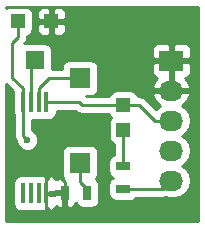
<source format=gbr>
G04 #@! TF.FileFunction,Copper,L1,Top,Signal*
%FSLAX46Y46*%
G04 Gerber Fmt 4.6, Leading zero omitted, Abs format (unit mm)*
G04 Created by KiCad (PCBNEW 0.201511192131+6326~38~ubuntu14.04.1-stable) date Thu 11 Feb 2016 04:57:06 PM EST*
%MOMM*%
G01*
G04 APERTURE LIST*
%ADD10C,0.100000*%
%ADD11R,1.198880X1.198880*%
%ADD12R,1.800000X1.750000*%
%ADD13R,0.700000X1.300000*%
%ADD14R,1.300000X0.700000*%
%ADD15R,1.200000X1.200000*%
%ADD16R,1.600000X1.500000*%
%ADD17R,0.420000X1.780000*%
%ADD18R,2.032000X1.727200*%
%ADD19O,2.032000X1.727200*%
%ADD20C,0.600000*%
%ADD21C,0.250000*%
%ADD22C,0.254000*%
G04 APERTURE END LIST*
D10*
D11*
X160528000Y-106900980D03*
X160528000Y-108999020D03*
D12*
X156845000Y-111760000D03*
X156845000Y-104610000D03*
D13*
X155580000Y-114300000D03*
X157480000Y-114300000D03*
D14*
X160528000Y-112080000D03*
X160528000Y-113980000D03*
D15*
X154435000Y-99800000D03*
D16*
X153035000Y-103050000D03*
D15*
X151635000Y-99800000D03*
D17*
X154010000Y-114350000D03*
X154010000Y-106630000D03*
X153360000Y-114350000D03*
X153360000Y-106630000D03*
X152710000Y-114350000D03*
X152710000Y-106630000D03*
X152060000Y-114350000D03*
X152060000Y-106630000D03*
D18*
X164592000Y-103124000D03*
D19*
X164592000Y-105664000D03*
X164592000Y-108204000D03*
X164592000Y-110744000D03*
X164592000Y-113284000D03*
D20*
X152400000Y-109855000D03*
D21*
X161891980Y-106900980D02*
X163195000Y-108204000D01*
X163195000Y-108204000D02*
X164592000Y-108204000D01*
X160528000Y-106900980D02*
X161891980Y-106900980D01*
X157065980Y-106900980D02*
X156795000Y-106630000D01*
X156795000Y-106630000D02*
X154010000Y-106630000D01*
X160020000Y-106900980D02*
X157065980Y-106900980D01*
X160528000Y-112080000D02*
X160528000Y-108999020D01*
X155580000Y-114300000D02*
X155580000Y-113400000D01*
X155580000Y-113400000D02*
X154990800Y-112810800D01*
X154000200Y-115499800D02*
X154000200Y-116230400D01*
X154010000Y-114350000D02*
X154010000Y-115490000D01*
X154010000Y-115490000D02*
X154000200Y-115499800D01*
X154000200Y-113200200D02*
X154000200Y-112395000D01*
X154010000Y-114350000D02*
X154010000Y-113210000D01*
X154010000Y-113210000D02*
X154000200Y-113200200D01*
X154060000Y-114300000D02*
X154010000Y-114350000D01*
X160528000Y-113980000D02*
X163896000Y-113980000D01*
X163896000Y-113980000D02*
X164592000Y-113284000D01*
X152060000Y-106630000D02*
X152060000Y-109515000D01*
X152060000Y-109515000D02*
X152400000Y-109855000D01*
X151130000Y-101600000D02*
X151635000Y-101095000D01*
X151635000Y-101095000D02*
X151635000Y-99800000D01*
X151130000Y-104560000D02*
X151130000Y-101600000D01*
X152060000Y-106630000D02*
X152060000Y-105490000D01*
X152060000Y-105490000D02*
X151130000Y-104560000D01*
X156845000Y-111760000D02*
X156845000Y-113365000D01*
X156845000Y-113365000D02*
X157480000Y-114000000D01*
X157480000Y-114000000D02*
X157480000Y-114300000D01*
X153360000Y-106630000D02*
X153360000Y-105490000D01*
X153360000Y-105490000D02*
X154240000Y-104610000D01*
X154240000Y-104610000D02*
X156845000Y-104610000D01*
X152710000Y-106630000D02*
X152710000Y-103375000D01*
X152710000Y-103375000D02*
X153035000Y-103050000D01*
D22*
G36*
X166878000Y-116713000D02*
X150622000Y-116713000D01*
X150622000Y-113460000D01*
X151202560Y-113460000D01*
X151202560Y-115240000D01*
X151246838Y-115475317D01*
X151385910Y-115691441D01*
X151598110Y-115836431D01*
X151850000Y-115887440D01*
X152270000Y-115887440D01*
X152389222Y-115865007D01*
X152500000Y-115887440D01*
X152920000Y-115887440D01*
X153039222Y-115865007D01*
X153150000Y-115887440D01*
X153570000Y-115887440D01*
X153661953Y-115870138D01*
X153673691Y-115875000D01*
X153746250Y-115875000D01*
X153771777Y-115849473D01*
X153805317Y-115843162D01*
X154021441Y-115704090D01*
X154115000Y-115567162D01*
X154115000Y-115716250D01*
X154273750Y-115875000D01*
X154346309Y-115875000D01*
X154579698Y-115778327D01*
X154758327Y-115599699D01*
X154823744Y-115441769D01*
X154870302Y-115488327D01*
X155103691Y-115585000D01*
X155294250Y-115585000D01*
X155453000Y-115426250D01*
X155453000Y-114427000D01*
X154753750Y-114427000D01*
X154700000Y-114480750D01*
X154696250Y-114477000D01*
X154217440Y-114477000D01*
X154217440Y-114223000D01*
X154696250Y-114223000D01*
X154750000Y-114169250D01*
X154753750Y-114173000D01*
X155453000Y-114173000D01*
X155453000Y-114153000D01*
X155707000Y-114153000D01*
X155707000Y-114173000D01*
X155727000Y-114173000D01*
X155727000Y-114427000D01*
X155707000Y-114427000D01*
X155707000Y-115426250D01*
X155865750Y-115585000D01*
X156056309Y-115585000D01*
X156289698Y-115488327D01*
X156468327Y-115309699D01*
X156524654Y-115173713D01*
X156526838Y-115185317D01*
X156665910Y-115401441D01*
X156878110Y-115546431D01*
X157130000Y-115597440D01*
X157830000Y-115597440D01*
X158065317Y-115553162D01*
X158281441Y-115414090D01*
X158426431Y-115201890D01*
X158477440Y-114950000D01*
X158477440Y-113650000D01*
X158433162Y-113414683D01*
X158294090Y-113198559D01*
X158171758Y-113114973D01*
X158196441Y-113099090D01*
X158341431Y-112886890D01*
X158392440Y-112635000D01*
X158392440Y-110885000D01*
X158348162Y-110649683D01*
X158209090Y-110433559D01*
X157996890Y-110288569D01*
X157745000Y-110237560D01*
X155945000Y-110237560D01*
X155709683Y-110281838D01*
X155493559Y-110420910D01*
X155348569Y-110633110D01*
X155297560Y-110885000D01*
X155297560Y-112635000D01*
X155341838Y-112870317D01*
X155452998Y-113043065D01*
X155452998Y-113173748D01*
X155294250Y-113015000D01*
X155103691Y-113015000D01*
X154870302Y-113111673D01*
X154794454Y-113187520D01*
X154758327Y-113100301D01*
X154579698Y-112921673D01*
X154346309Y-112825000D01*
X154273750Y-112825000D01*
X154115000Y-112983750D01*
X154115000Y-113134297D01*
X154034090Y-113008559D01*
X153821890Y-112863569D01*
X153775406Y-112854156D01*
X153746250Y-112825000D01*
X153673691Y-112825000D01*
X153659814Y-112830748D01*
X153570000Y-112812560D01*
X153150000Y-112812560D01*
X153030778Y-112834993D01*
X152920000Y-112812560D01*
X152500000Y-112812560D01*
X152380778Y-112834993D01*
X152270000Y-112812560D01*
X151850000Y-112812560D01*
X151614683Y-112856838D01*
X151398559Y-112995910D01*
X151253569Y-113208110D01*
X151202560Y-113460000D01*
X150622000Y-113460000D01*
X150622000Y-105126802D01*
X151208056Y-105712858D01*
X151202560Y-105740000D01*
X151202560Y-107520000D01*
X151246838Y-107755317D01*
X151300000Y-107837933D01*
X151300000Y-109515000D01*
X151357852Y-109805839D01*
X151464903Y-109966052D01*
X151464838Y-110040167D01*
X151606883Y-110383943D01*
X151869673Y-110647192D01*
X152213201Y-110789838D01*
X152585167Y-110790162D01*
X152928943Y-110648117D01*
X153192192Y-110385327D01*
X153334838Y-110041799D01*
X153335162Y-109669833D01*
X153193117Y-109326057D01*
X152930327Y-109062808D01*
X152820000Y-109016996D01*
X152820000Y-108167440D01*
X152920000Y-108167440D01*
X153039222Y-108145007D01*
X153150000Y-108167440D01*
X153570000Y-108167440D01*
X153689222Y-108145007D01*
X153800000Y-108167440D01*
X154220000Y-108167440D01*
X154455317Y-108123162D01*
X154671441Y-107984090D01*
X154816431Y-107771890D01*
X154867440Y-107520000D01*
X154867440Y-107390000D01*
X156480198Y-107390000D01*
X156528579Y-107438381D01*
X156775141Y-107603128D01*
X157065980Y-107660980D01*
X159311331Y-107660980D01*
X159325398Y-107735737D01*
X159464470Y-107951861D01*
X159465467Y-107952543D01*
X159332129Y-108147690D01*
X159281120Y-108399580D01*
X159281120Y-109598460D01*
X159325398Y-109833777D01*
X159464470Y-110049901D01*
X159676670Y-110194891D01*
X159768000Y-110213386D01*
X159768000Y-111103258D01*
X159642683Y-111126838D01*
X159426559Y-111265910D01*
X159281569Y-111478110D01*
X159230560Y-111730000D01*
X159230560Y-112430000D01*
X159274838Y-112665317D01*
X159413910Y-112881441D01*
X159626110Y-113026431D01*
X159639197Y-113029081D01*
X159426559Y-113165910D01*
X159281569Y-113378110D01*
X159230560Y-113630000D01*
X159230560Y-114330000D01*
X159274838Y-114565317D01*
X159413910Y-114781441D01*
X159626110Y-114926431D01*
X159878000Y-114977440D01*
X161178000Y-114977440D01*
X161413317Y-114933162D01*
X161629441Y-114794090D01*
X161666399Y-114740000D01*
X163896000Y-114740000D01*
X164044544Y-114710452D01*
X164407255Y-114782600D01*
X164776745Y-114782600D01*
X165350234Y-114668526D01*
X165836415Y-114343670D01*
X166161271Y-113857489D01*
X166275345Y-113284000D01*
X166161271Y-112710511D01*
X165836415Y-112224330D01*
X165521634Y-112014000D01*
X165836415Y-111803670D01*
X166161271Y-111317489D01*
X166275345Y-110744000D01*
X166161271Y-110170511D01*
X165836415Y-109684330D01*
X165521634Y-109474000D01*
X165836415Y-109263670D01*
X166161271Y-108777489D01*
X166275345Y-108204000D01*
X166161271Y-107630511D01*
X165836415Y-107144330D01*
X165526931Y-106937539D01*
X165942732Y-106566036D01*
X166196709Y-106038791D01*
X166199358Y-106023026D01*
X166078217Y-105791000D01*
X164719000Y-105791000D01*
X164719000Y-105811000D01*
X164465000Y-105811000D01*
X164465000Y-105791000D01*
X163105783Y-105791000D01*
X162984642Y-106023026D01*
X162987291Y-106038791D01*
X163241268Y-106566036D01*
X163657069Y-106937539D01*
X163347585Y-107144330D01*
X163292529Y-107226727D01*
X162429381Y-106363579D01*
X162182819Y-106198832D01*
X161891980Y-106140980D01*
X161744669Y-106140980D01*
X161730602Y-106066223D01*
X161591530Y-105850099D01*
X161379330Y-105705109D01*
X161127440Y-105654100D01*
X159928560Y-105654100D01*
X159693243Y-105698378D01*
X159477119Y-105837450D01*
X159332129Y-106049650D01*
X159313634Y-106140980D01*
X157380782Y-106140980D01*
X157372242Y-106132440D01*
X157745000Y-106132440D01*
X157980317Y-106088162D01*
X158196441Y-105949090D01*
X158341431Y-105736890D01*
X158392440Y-105485000D01*
X158392440Y-103735000D01*
X158348162Y-103499683D01*
X158290292Y-103409750D01*
X162941000Y-103409750D01*
X162941000Y-104113909D01*
X163037673Y-104347298D01*
X163216301Y-104525927D01*
X163413861Y-104607759D01*
X163241268Y-104761964D01*
X162987291Y-105289209D01*
X162984642Y-105304974D01*
X163105783Y-105537000D01*
X164465000Y-105537000D01*
X164465000Y-103251000D01*
X164719000Y-103251000D01*
X164719000Y-105537000D01*
X166078217Y-105537000D01*
X166199358Y-105304974D01*
X166196709Y-105289209D01*
X165942732Y-104761964D01*
X165770139Y-104607759D01*
X165967699Y-104525927D01*
X166146327Y-104347298D01*
X166243000Y-104113909D01*
X166243000Y-103409750D01*
X166084250Y-103251000D01*
X164719000Y-103251000D01*
X164465000Y-103251000D01*
X163099750Y-103251000D01*
X162941000Y-103409750D01*
X158290292Y-103409750D01*
X158209090Y-103283559D01*
X157996890Y-103138569D01*
X157745000Y-103087560D01*
X155945000Y-103087560D01*
X155709683Y-103131838D01*
X155493559Y-103270910D01*
X155348569Y-103483110D01*
X155297560Y-103735000D01*
X155297560Y-103850000D01*
X154472315Y-103850000D01*
X154482440Y-103800000D01*
X154482440Y-102300000D01*
X154451223Y-102134091D01*
X162941000Y-102134091D01*
X162941000Y-102838250D01*
X163099750Y-102997000D01*
X164465000Y-102997000D01*
X164465000Y-101784150D01*
X164719000Y-101784150D01*
X164719000Y-102997000D01*
X166084250Y-102997000D01*
X166243000Y-102838250D01*
X166243000Y-102134091D01*
X166146327Y-101900702D01*
X165967699Y-101722073D01*
X165734310Y-101625400D01*
X164877750Y-101625400D01*
X164719000Y-101784150D01*
X164465000Y-101784150D01*
X164306250Y-101625400D01*
X163449690Y-101625400D01*
X163216301Y-101722073D01*
X163037673Y-101900702D01*
X162941000Y-102134091D01*
X154451223Y-102134091D01*
X154438162Y-102064683D01*
X154299090Y-101848559D01*
X154086890Y-101703569D01*
X153835000Y-101652560D01*
X152235000Y-101652560D01*
X152133061Y-101671741D01*
X152172401Y-101632401D01*
X152337148Y-101385839D01*
X152395000Y-101095000D01*
X152395000Y-101017334D01*
X152470317Y-101003162D01*
X152686441Y-100864090D01*
X152831431Y-100651890D01*
X152882440Y-100400000D01*
X152882440Y-100085750D01*
X153200000Y-100085750D01*
X153200000Y-100526310D01*
X153296673Y-100759699D01*
X153475302Y-100938327D01*
X153708691Y-101035000D01*
X154149250Y-101035000D01*
X154308000Y-100876250D01*
X154308000Y-99927000D01*
X154562000Y-99927000D01*
X154562000Y-100876250D01*
X154720750Y-101035000D01*
X155161309Y-101035000D01*
X155394698Y-100938327D01*
X155573327Y-100759699D01*
X155670000Y-100526310D01*
X155670000Y-100085750D01*
X155511250Y-99927000D01*
X154562000Y-99927000D01*
X154308000Y-99927000D01*
X153358750Y-99927000D01*
X153200000Y-100085750D01*
X152882440Y-100085750D01*
X152882440Y-99200000D01*
X152858674Y-99073690D01*
X153200000Y-99073690D01*
X153200000Y-99514250D01*
X153358750Y-99673000D01*
X154308000Y-99673000D01*
X154308000Y-98723750D01*
X154562000Y-98723750D01*
X154562000Y-99673000D01*
X155511250Y-99673000D01*
X155670000Y-99514250D01*
X155670000Y-99073690D01*
X155573327Y-98840301D01*
X155394698Y-98661673D01*
X155161309Y-98565000D01*
X154720750Y-98565000D01*
X154562000Y-98723750D01*
X154308000Y-98723750D01*
X154149250Y-98565000D01*
X153708691Y-98565000D01*
X153475302Y-98661673D01*
X153296673Y-98840301D01*
X153200000Y-99073690D01*
X152858674Y-99073690D01*
X152838162Y-98964683D01*
X152699090Y-98748559D01*
X152486890Y-98603569D01*
X152235000Y-98552560D01*
X151035000Y-98552560D01*
X150799683Y-98596838D01*
X150622000Y-98711174D01*
X150622000Y-98552000D01*
X166878000Y-98552000D01*
X166878000Y-116713000D01*
X166878000Y-116713000D01*
G37*
X166878000Y-116713000D02*
X150622000Y-116713000D01*
X150622000Y-113460000D01*
X151202560Y-113460000D01*
X151202560Y-115240000D01*
X151246838Y-115475317D01*
X151385910Y-115691441D01*
X151598110Y-115836431D01*
X151850000Y-115887440D01*
X152270000Y-115887440D01*
X152389222Y-115865007D01*
X152500000Y-115887440D01*
X152920000Y-115887440D01*
X153039222Y-115865007D01*
X153150000Y-115887440D01*
X153570000Y-115887440D01*
X153661953Y-115870138D01*
X153673691Y-115875000D01*
X153746250Y-115875000D01*
X153771777Y-115849473D01*
X153805317Y-115843162D01*
X154021441Y-115704090D01*
X154115000Y-115567162D01*
X154115000Y-115716250D01*
X154273750Y-115875000D01*
X154346309Y-115875000D01*
X154579698Y-115778327D01*
X154758327Y-115599699D01*
X154823744Y-115441769D01*
X154870302Y-115488327D01*
X155103691Y-115585000D01*
X155294250Y-115585000D01*
X155453000Y-115426250D01*
X155453000Y-114427000D01*
X154753750Y-114427000D01*
X154700000Y-114480750D01*
X154696250Y-114477000D01*
X154217440Y-114477000D01*
X154217440Y-114223000D01*
X154696250Y-114223000D01*
X154750000Y-114169250D01*
X154753750Y-114173000D01*
X155453000Y-114173000D01*
X155453000Y-114153000D01*
X155707000Y-114153000D01*
X155707000Y-114173000D01*
X155727000Y-114173000D01*
X155727000Y-114427000D01*
X155707000Y-114427000D01*
X155707000Y-115426250D01*
X155865750Y-115585000D01*
X156056309Y-115585000D01*
X156289698Y-115488327D01*
X156468327Y-115309699D01*
X156524654Y-115173713D01*
X156526838Y-115185317D01*
X156665910Y-115401441D01*
X156878110Y-115546431D01*
X157130000Y-115597440D01*
X157830000Y-115597440D01*
X158065317Y-115553162D01*
X158281441Y-115414090D01*
X158426431Y-115201890D01*
X158477440Y-114950000D01*
X158477440Y-113650000D01*
X158433162Y-113414683D01*
X158294090Y-113198559D01*
X158171758Y-113114973D01*
X158196441Y-113099090D01*
X158341431Y-112886890D01*
X158392440Y-112635000D01*
X158392440Y-110885000D01*
X158348162Y-110649683D01*
X158209090Y-110433559D01*
X157996890Y-110288569D01*
X157745000Y-110237560D01*
X155945000Y-110237560D01*
X155709683Y-110281838D01*
X155493559Y-110420910D01*
X155348569Y-110633110D01*
X155297560Y-110885000D01*
X155297560Y-112635000D01*
X155341838Y-112870317D01*
X155452998Y-113043065D01*
X155452998Y-113173748D01*
X155294250Y-113015000D01*
X155103691Y-113015000D01*
X154870302Y-113111673D01*
X154794454Y-113187520D01*
X154758327Y-113100301D01*
X154579698Y-112921673D01*
X154346309Y-112825000D01*
X154273750Y-112825000D01*
X154115000Y-112983750D01*
X154115000Y-113134297D01*
X154034090Y-113008559D01*
X153821890Y-112863569D01*
X153775406Y-112854156D01*
X153746250Y-112825000D01*
X153673691Y-112825000D01*
X153659814Y-112830748D01*
X153570000Y-112812560D01*
X153150000Y-112812560D01*
X153030778Y-112834993D01*
X152920000Y-112812560D01*
X152500000Y-112812560D01*
X152380778Y-112834993D01*
X152270000Y-112812560D01*
X151850000Y-112812560D01*
X151614683Y-112856838D01*
X151398559Y-112995910D01*
X151253569Y-113208110D01*
X151202560Y-113460000D01*
X150622000Y-113460000D01*
X150622000Y-105126802D01*
X151208056Y-105712858D01*
X151202560Y-105740000D01*
X151202560Y-107520000D01*
X151246838Y-107755317D01*
X151300000Y-107837933D01*
X151300000Y-109515000D01*
X151357852Y-109805839D01*
X151464903Y-109966052D01*
X151464838Y-110040167D01*
X151606883Y-110383943D01*
X151869673Y-110647192D01*
X152213201Y-110789838D01*
X152585167Y-110790162D01*
X152928943Y-110648117D01*
X153192192Y-110385327D01*
X153334838Y-110041799D01*
X153335162Y-109669833D01*
X153193117Y-109326057D01*
X152930327Y-109062808D01*
X152820000Y-109016996D01*
X152820000Y-108167440D01*
X152920000Y-108167440D01*
X153039222Y-108145007D01*
X153150000Y-108167440D01*
X153570000Y-108167440D01*
X153689222Y-108145007D01*
X153800000Y-108167440D01*
X154220000Y-108167440D01*
X154455317Y-108123162D01*
X154671441Y-107984090D01*
X154816431Y-107771890D01*
X154867440Y-107520000D01*
X154867440Y-107390000D01*
X156480198Y-107390000D01*
X156528579Y-107438381D01*
X156775141Y-107603128D01*
X157065980Y-107660980D01*
X159311331Y-107660980D01*
X159325398Y-107735737D01*
X159464470Y-107951861D01*
X159465467Y-107952543D01*
X159332129Y-108147690D01*
X159281120Y-108399580D01*
X159281120Y-109598460D01*
X159325398Y-109833777D01*
X159464470Y-110049901D01*
X159676670Y-110194891D01*
X159768000Y-110213386D01*
X159768000Y-111103258D01*
X159642683Y-111126838D01*
X159426559Y-111265910D01*
X159281569Y-111478110D01*
X159230560Y-111730000D01*
X159230560Y-112430000D01*
X159274838Y-112665317D01*
X159413910Y-112881441D01*
X159626110Y-113026431D01*
X159639197Y-113029081D01*
X159426559Y-113165910D01*
X159281569Y-113378110D01*
X159230560Y-113630000D01*
X159230560Y-114330000D01*
X159274838Y-114565317D01*
X159413910Y-114781441D01*
X159626110Y-114926431D01*
X159878000Y-114977440D01*
X161178000Y-114977440D01*
X161413317Y-114933162D01*
X161629441Y-114794090D01*
X161666399Y-114740000D01*
X163896000Y-114740000D01*
X164044544Y-114710452D01*
X164407255Y-114782600D01*
X164776745Y-114782600D01*
X165350234Y-114668526D01*
X165836415Y-114343670D01*
X166161271Y-113857489D01*
X166275345Y-113284000D01*
X166161271Y-112710511D01*
X165836415Y-112224330D01*
X165521634Y-112014000D01*
X165836415Y-111803670D01*
X166161271Y-111317489D01*
X166275345Y-110744000D01*
X166161271Y-110170511D01*
X165836415Y-109684330D01*
X165521634Y-109474000D01*
X165836415Y-109263670D01*
X166161271Y-108777489D01*
X166275345Y-108204000D01*
X166161271Y-107630511D01*
X165836415Y-107144330D01*
X165526931Y-106937539D01*
X165942732Y-106566036D01*
X166196709Y-106038791D01*
X166199358Y-106023026D01*
X166078217Y-105791000D01*
X164719000Y-105791000D01*
X164719000Y-105811000D01*
X164465000Y-105811000D01*
X164465000Y-105791000D01*
X163105783Y-105791000D01*
X162984642Y-106023026D01*
X162987291Y-106038791D01*
X163241268Y-106566036D01*
X163657069Y-106937539D01*
X163347585Y-107144330D01*
X163292529Y-107226727D01*
X162429381Y-106363579D01*
X162182819Y-106198832D01*
X161891980Y-106140980D01*
X161744669Y-106140980D01*
X161730602Y-106066223D01*
X161591530Y-105850099D01*
X161379330Y-105705109D01*
X161127440Y-105654100D01*
X159928560Y-105654100D01*
X159693243Y-105698378D01*
X159477119Y-105837450D01*
X159332129Y-106049650D01*
X159313634Y-106140980D01*
X157380782Y-106140980D01*
X157372242Y-106132440D01*
X157745000Y-106132440D01*
X157980317Y-106088162D01*
X158196441Y-105949090D01*
X158341431Y-105736890D01*
X158392440Y-105485000D01*
X158392440Y-103735000D01*
X158348162Y-103499683D01*
X158290292Y-103409750D01*
X162941000Y-103409750D01*
X162941000Y-104113909D01*
X163037673Y-104347298D01*
X163216301Y-104525927D01*
X163413861Y-104607759D01*
X163241268Y-104761964D01*
X162987291Y-105289209D01*
X162984642Y-105304974D01*
X163105783Y-105537000D01*
X164465000Y-105537000D01*
X164465000Y-103251000D01*
X164719000Y-103251000D01*
X164719000Y-105537000D01*
X166078217Y-105537000D01*
X166199358Y-105304974D01*
X166196709Y-105289209D01*
X165942732Y-104761964D01*
X165770139Y-104607759D01*
X165967699Y-104525927D01*
X166146327Y-104347298D01*
X166243000Y-104113909D01*
X166243000Y-103409750D01*
X166084250Y-103251000D01*
X164719000Y-103251000D01*
X164465000Y-103251000D01*
X163099750Y-103251000D01*
X162941000Y-103409750D01*
X158290292Y-103409750D01*
X158209090Y-103283559D01*
X157996890Y-103138569D01*
X157745000Y-103087560D01*
X155945000Y-103087560D01*
X155709683Y-103131838D01*
X155493559Y-103270910D01*
X155348569Y-103483110D01*
X155297560Y-103735000D01*
X155297560Y-103850000D01*
X154472315Y-103850000D01*
X154482440Y-103800000D01*
X154482440Y-102300000D01*
X154451223Y-102134091D01*
X162941000Y-102134091D01*
X162941000Y-102838250D01*
X163099750Y-102997000D01*
X164465000Y-102997000D01*
X164465000Y-101784150D01*
X164719000Y-101784150D01*
X164719000Y-102997000D01*
X166084250Y-102997000D01*
X166243000Y-102838250D01*
X166243000Y-102134091D01*
X166146327Y-101900702D01*
X165967699Y-101722073D01*
X165734310Y-101625400D01*
X164877750Y-101625400D01*
X164719000Y-101784150D01*
X164465000Y-101784150D01*
X164306250Y-101625400D01*
X163449690Y-101625400D01*
X163216301Y-101722073D01*
X163037673Y-101900702D01*
X162941000Y-102134091D01*
X154451223Y-102134091D01*
X154438162Y-102064683D01*
X154299090Y-101848559D01*
X154086890Y-101703569D01*
X153835000Y-101652560D01*
X152235000Y-101652560D01*
X152133061Y-101671741D01*
X152172401Y-101632401D01*
X152337148Y-101385839D01*
X152395000Y-101095000D01*
X152395000Y-101017334D01*
X152470317Y-101003162D01*
X152686441Y-100864090D01*
X152831431Y-100651890D01*
X152882440Y-100400000D01*
X152882440Y-100085750D01*
X153200000Y-100085750D01*
X153200000Y-100526310D01*
X153296673Y-100759699D01*
X153475302Y-100938327D01*
X153708691Y-101035000D01*
X154149250Y-101035000D01*
X154308000Y-100876250D01*
X154308000Y-99927000D01*
X154562000Y-99927000D01*
X154562000Y-100876250D01*
X154720750Y-101035000D01*
X155161309Y-101035000D01*
X155394698Y-100938327D01*
X155573327Y-100759699D01*
X155670000Y-100526310D01*
X155670000Y-100085750D01*
X155511250Y-99927000D01*
X154562000Y-99927000D01*
X154308000Y-99927000D01*
X153358750Y-99927000D01*
X153200000Y-100085750D01*
X152882440Y-100085750D01*
X152882440Y-99200000D01*
X152858674Y-99073690D01*
X153200000Y-99073690D01*
X153200000Y-99514250D01*
X153358750Y-99673000D01*
X154308000Y-99673000D01*
X154308000Y-98723750D01*
X154562000Y-98723750D01*
X154562000Y-99673000D01*
X155511250Y-99673000D01*
X155670000Y-99514250D01*
X155670000Y-99073690D01*
X155573327Y-98840301D01*
X155394698Y-98661673D01*
X155161309Y-98565000D01*
X154720750Y-98565000D01*
X154562000Y-98723750D01*
X154308000Y-98723750D01*
X154149250Y-98565000D01*
X153708691Y-98565000D01*
X153475302Y-98661673D01*
X153296673Y-98840301D01*
X153200000Y-99073690D01*
X152858674Y-99073690D01*
X152838162Y-98964683D01*
X152699090Y-98748559D01*
X152486890Y-98603569D01*
X152235000Y-98552560D01*
X151035000Y-98552560D01*
X150799683Y-98596838D01*
X150622000Y-98711174D01*
X150622000Y-98552000D01*
X166878000Y-98552000D01*
X166878000Y-116713000D01*
M02*

</source>
